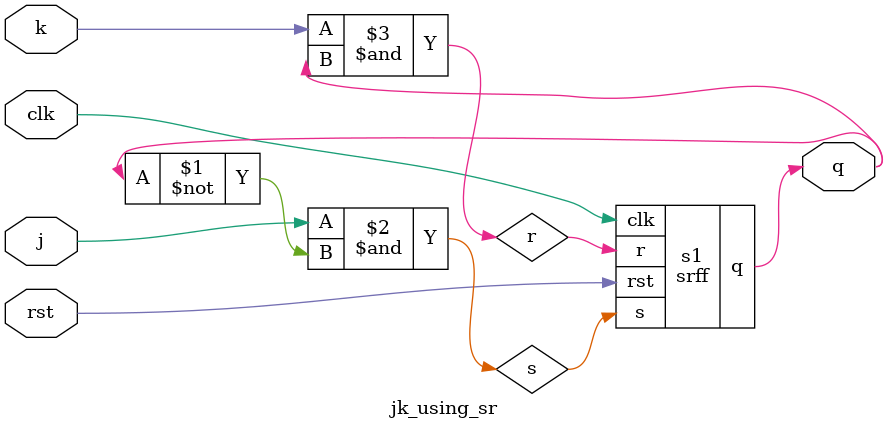
<source format=v>
module srff(input s,r,clk,rst, output reg q);
always @(posedge clk) begin
	if(rst) begin
		q<=0;
	end
	else begin
		case({s,r})
			2'b00: q<=q;
			2'b01: q<=1'b0;
			2'b10: q<=1'b1;
			2'b11: q<=1'bx;
			default: q<=1'b0;
		endcase
	end
end
endmodule

module jk_using_sr(input j,k,clk,rst, output q);
wire s,r;
srff s1(.s(s),.r(r),.clk(clk),.rst(rst),.q(q));
assign s=j&(~q);
assign r=k&q;
endmodule

</source>
